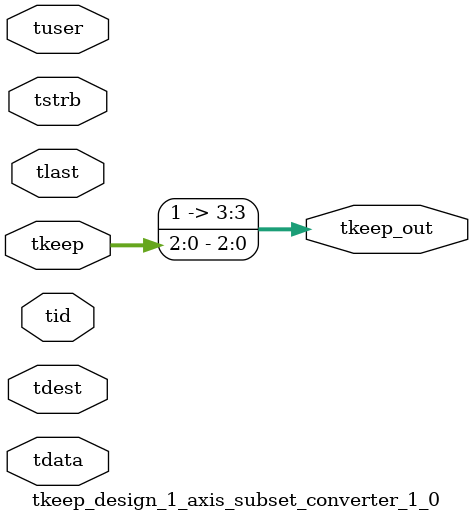
<source format=v>


`timescale 1ps/1ps

module tkeep_design_1_axis_subset_converter_1_0 #
(
parameter C_S_AXIS_TDATA_WIDTH = 32,
parameter C_S_AXIS_TUSER_WIDTH = 0,
parameter C_S_AXIS_TID_WIDTH   = 0,
parameter C_S_AXIS_TDEST_WIDTH = 0,
parameter C_M_AXIS_TDATA_WIDTH = 32
)
(
input  [(C_S_AXIS_TDATA_WIDTH == 0 ? 1 : C_S_AXIS_TDATA_WIDTH)-1:0     ] tdata,
input  [(C_S_AXIS_TUSER_WIDTH == 0 ? 1 : C_S_AXIS_TUSER_WIDTH)-1:0     ] tuser,
input  [(C_S_AXIS_TID_WIDTH   == 0 ? 1 : C_S_AXIS_TID_WIDTH)-1:0       ] tid,
input  [(C_S_AXIS_TDEST_WIDTH == 0 ? 1 : C_S_AXIS_TDEST_WIDTH)-1:0     ] tdest,
input  [(C_S_AXIS_TDATA_WIDTH/8)-1:0 ] tkeep,
input  [(C_S_AXIS_TDATA_WIDTH/8)-1:0 ] tstrb,
input                                                                    tlast,
output [(C_M_AXIS_TDATA_WIDTH/8)-1:0 ] tkeep_out
);

assign tkeep_out = {1'b1,tkeep[2:0]};

endmodule


</source>
